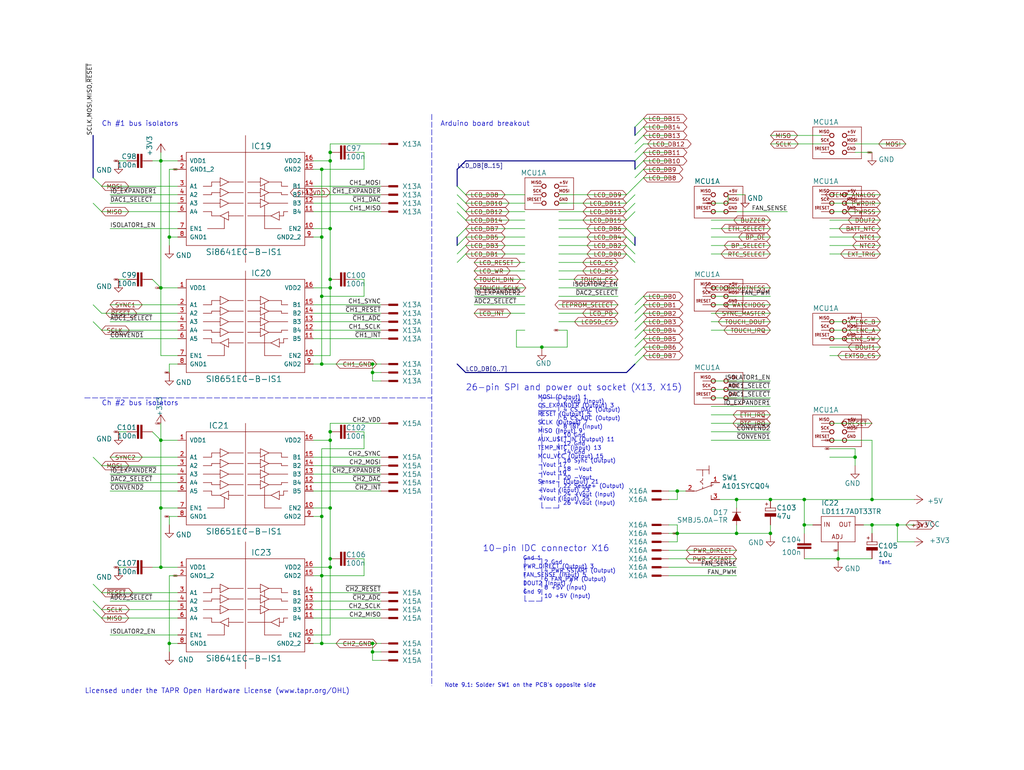
<source format=kicad_sch>
(kicad_sch (version 20210406) (generator eeschema)
  (paper "User" 307.213 231.064)
  (title_block (title "EEZ PSU consolidated") (rev "r5B13a") (comment 3 "post-regulator PCB, Arduino breakout") (comment 4 "I/O isolators for communication with"))
  (junction (at 48.26 48.26) (diameter 0.9144))
  (junction (at 48.26 86.36) (diameter 0.9144))
  (junction (at 48.26 132.08) (diameter 0.9144))
  (junction (at 48.26 152.4) (diameter 0.9144))
  (junction (at 48.26 170.18) (diameter 0.9144))
  (junction (at 50.8 71.12) (diameter 0.9144))
  (junction (at 50.8 193.04) (diameter 0.9144))
  (junction (at 96.52 50.8) (diameter 0.9144))
  (junction (at 96.52 71.12) (diameter 0.9144))
  (junction (at 96.52 88.9) (diameter 0.9144))
  (junction (at 96.52 109.22) (diameter 0.9144))
  (junction (at 96.52 154.94) (diameter 0.9144))
  (junction (at 96.52 172.72) (diameter 0.9144))
  (junction (at 96.52 193.04) (diameter 0.9144))
  (junction (at 99.06 45.72) (diameter 0.9144))
  (junction (at 99.06 48.26) (diameter 0.9144))
  (junction (at 99.06 68.58) (diameter 0.9144))
  (junction (at 99.06 83.82) (diameter 0.9144))
  (junction (at 99.06 86.36) (diameter 0.9144))
  (junction (at 99.06 129.54) (diameter 0.9144))
  (junction (at 99.06 132.08) (diameter 0.9144))
  (junction (at 99.06 152.4) (diameter 0.9144))
  (junction (at 99.06 167.64) (diameter 0.9144))
  (junction (at 99.06 170.18) (diameter 0.9144))
  (junction (at 111.76 109.22) (diameter 0.9144))
  (junction (at 111.76 111.76) (diameter 0.9144))
  (junction (at 111.76 193.04) (diameter 0.9144))
  (junction (at 111.76 195.58) (diameter 0.9144))
  (junction (at 162.56 104.14) (diameter 0.9144))
  (junction (at 203.2 147.32) (diameter 0.9144))
  (junction (at 203.2 160.02) (diameter 0.9144))
  (junction (at 220.98 149.86) (diameter 0.9144))
  (junction (at 220.98 160.02) (diameter 0.9144))
  (junction (at 231.14 149.86) (diameter 0.9144))
  (junction (at 231.14 160.02) (diameter 0.9144))
  (junction (at 241.3 149.86) (diameter 0.9144))
  (junction (at 241.3 157.48) (diameter 0.9144))
  (junction (at 251.46 167.64) (diameter 0.9144))
  (junction (at 256.54 137.16) (diameter 0.9144))
  (junction (at 261.62 149.86) (diameter 0.9144))
  (junction (at 261.62 157.48) (diameter 0.9144))
  (junction (at 269.24 157.48) (diameter 0.9144))
  (bus_entry (at 27.94 53.34) (size 2.54 2.54) (stroke (width 0.1524)))
  (bus_entry (at 27.94 60.96) (size 2.54 2.54) (stroke (width 0.1524)))
  (bus_entry (at 27.94 91.44) (size 2.54 2.54) (stroke (width 0.1524)))
  (bus_entry (at 27.94 96.52) (size 2.54 2.54) (stroke (width 0.1524)))
  (bus_entry (at 27.94 137.16) (size 2.54 2.54) (stroke (width 0.1524)))
  (bus_entry (at 27.94 175.26) (size 2.54 2.54) (stroke (width 0.1524)))
  (bus_entry (at 27.94 180.34) (size 2.54 2.54) (stroke (width 0.1524)))
  (bus_entry (at 27.94 182.88) (size 2.54 2.54) (stroke (width 0.1524)))
  (bus_entry (at 137.16 55.88) (size 2.54 2.54) (stroke (width 0.1524)))
  (bus_entry (at 137.16 58.42) (size 2.54 2.54) (stroke (width 0.1524)))
  (bus_entry (at 137.16 60.96) (size 2.54 2.54) (stroke (width 0.1524)))
  (bus_entry (at 137.16 63.5) (size 2.54 2.54) (stroke (width 0.1524)))
  (bus_entry (at 137.16 71.12) (size 2.54 -2.54) (stroke (width 0.1524)))
  (bus_entry (at 137.16 73.66) (size 2.54 -2.54) (stroke (width 0.1524)))
  (bus_entry (at 137.16 76.2) (size 2.54 -2.54) (stroke (width 0.1524)))
  (bus_entry (at 137.16 78.74) (size 2.54 -2.54) (stroke (width 0.1524)))
  (bus_entry (at 187.96 58.42) (size 2.54 -2.54) (stroke (width 0.1524)))
  (bus_entry (at 187.96 60.96) (size 2.54 -2.54) (stroke (width 0.1524)))
  (bus_entry (at 187.96 63.5) (size 2.54 -2.54) (stroke (width 0.1524)))
  (bus_entry (at 187.96 66.04) (size 2.54 -2.54) (stroke (width 0.1524)))
  (bus_entry (at 187.96 68.58) (size 2.54 2.54) (stroke (width 0.1524)))
  (bus_entry (at 187.96 71.12) (size 2.54 2.54) (stroke (width 0.1524)))
  (bus_entry (at 187.96 73.66) (size 2.54 2.54) (stroke (width 0.1524)))
  (bus_entry (at 187.96 76.2) (size 2.54 2.54) (stroke (width 0.1524)))
  (bus_entry (at 190.5 38.1) (size 2.54 -2.54) (stroke (width 0.1524)))
  (bus_entry (at 190.5 40.64) (size 2.54 -2.54) (stroke (width 0.1524)))
  (bus_entry (at 190.5 43.18) (size 2.54 -2.54) (stroke (width 0.1524)))
  (bus_entry (at 190.5 45.72) (size 2.54 -2.54) (stroke (width 0.1524)))
  (bus_entry (at 190.5 48.26) (size 2.54 -2.54) (stroke (width 0.1524)))
  (bus_entry (at 190.5 50.8) (size 2.54 -2.54) (stroke (width 0.1524)))
  (bus_entry (at 190.5 53.34) (size 2.54 -2.54) (stroke (width 0.1524)))
  (bus_entry (at 190.5 55.88) (size 2.54 -2.54) (stroke (width 0.1524)))
  (bus_entry (at 190.5 91.44) (size 2.54 -2.54) (stroke (width 0.1524)))
  (bus_entry (at 190.5 93.98) (size 2.54 -2.54) (stroke (width 0.1524)))
  (bus_entry (at 190.5 96.52) (size 2.54 -2.54) (stroke (width 0.1524)))
  (bus_entry (at 190.5 99.06) (size 2.54 -2.54) (stroke (width 0.1524)))
  (bus_entry (at 190.5 101.6) (size 2.54 -2.54) (stroke (width 0.1524)))
  (bus_entry (at 190.5 104.14) (size 2.54 -2.54) (stroke (width 0.1524)))
  (bus_entry (at 190.5 106.68) (size 2.54 -2.54) (stroke (width 0.1524)))
  (bus_entry (at 190.5 109.22) (size 2.54 -2.54) (stroke (width 0.1524)))
  (wire (pts (xy 30.48 139.7) (xy 53.34 139.7)))
  (wire (pts (xy 33.02 60.96) (xy 53.34 60.96)))
  (wire (pts (xy 33.02 101.6) (xy 53.34 101.6)))
  (wire (pts (xy 33.02 147.32) (xy 53.34 147.32)))
  (wire (pts (xy 35.56 48.26) (xy 38.1 48.26)))
  (wire (pts (xy 35.56 83.82) (xy 38.1 83.82)))
  (wire (pts (xy 35.56 129.54) (xy 38.1 129.54)))
  (wire (pts (xy 35.56 170.18) (xy 38.1 170.18)))
  (wire (pts (xy 45.72 83.82) (xy 48.26 86.36)))
  (wire (pts (xy 45.72 129.54) (xy 48.26 132.08)))
  (wire (pts (xy 45.72 170.18) (xy 48.26 170.18)))
  (wire (pts (xy 48.26 45.72) (xy 48.26 48.26)))
  (wire (pts (xy 48.26 48.26) (xy 45.72 48.26)))
  (wire (pts (xy 48.26 86.36) (xy 48.26 48.26)))
  (wire (pts (xy 48.26 86.36) (xy 48.26 106.68)))
  (wire (pts (xy 48.26 86.36) (xy 53.34 86.36)))
  (wire (pts (xy 48.26 106.68) (xy 53.34 106.68)))
  (wire (pts (xy 48.26 127) (xy 48.26 132.08)))
  (wire (pts (xy 48.26 132.08) (xy 48.26 152.4)))
  (wire (pts (xy 48.26 152.4) (xy 48.26 170.18)))
  (wire (pts (xy 48.26 152.4) (xy 53.34 152.4)))
  (wire (pts (xy 48.26 170.18) (xy 53.34 170.18)))
  (wire (pts (xy 50.8 50.8) (xy 50.8 71.12)))
  (wire (pts (xy 50.8 71.12) (xy 50.8 73.66)))
  (wire (pts (xy 50.8 109.22) (xy 53.34 109.22)))
  (wire (pts (xy 50.8 111.76) (xy 50.8 109.22)))
  (wire (pts (xy 50.8 154.94) (xy 50.8 157.48)))
  (wire (pts (xy 50.8 154.94) (xy 53.34 154.94)))
  (wire (pts (xy 50.8 172.72) (xy 50.8 193.04)))
  (wire (pts (xy 50.8 193.04) (xy 50.8 195.58)))
  (wire (pts (xy 50.8 193.04) (xy 53.34 193.04)))
  (wire (pts (xy 53.34 48.26) (xy 48.26 48.26)))
  (wire (pts (xy 53.34 50.8) (xy 50.8 50.8)))
  (wire (pts (xy 53.34 55.88) (xy 30.48 55.88)))
  (wire (pts (xy 53.34 58.42) (xy 33.02 58.42)))
  (wire (pts (xy 53.34 63.5) (xy 30.48 63.5)))
  (wire (pts (xy 53.34 68.58) (xy 33.02 68.58)))
  (wire (pts (xy 53.34 71.12) (xy 50.8 71.12)))
  (wire (pts (xy 53.34 91.44) (xy 33.02 91.44)))
  (wire (pts (xy 53.34 93.98) (xy 30.48 93.98)))
  (wire (pts (xy 53.34 96.52) (xy 33.02 96.52)))
  (wire (pts (xy 53.34 99.06) (xy 30.48 99.06)))
  (wire (pts (xy 53.34 132.08) (xy 48.26 132.08)))
  (wire (pts (xy 53.34 137.16) (xy 33.02 137.16)))
  (wire (pts (xy 53.34 142.24) (xy 33.02 142.24)))
  (wire (pts (xy 53.34 144.78) (xy 33.02 144.78)))
  (wire (pts (xy 53.34 172.72) (xy 50.8 172.72)))
  (wire (pts (xy 53.34 177.8) (xy 30.48 177.8)))
  (wire (pts (xy 53.34 180.34) (xy 33.02 180.34)))
  (wire (pts (xy 53.34 182.88) (xy 30.48 182.88)))
  (wire (pts (xy 53.34 185.42) (xy 30.48 185.42)))
  (wire (pts (xy 53.34 190.5) (xy 33.02 190.5)))
  (wire (pts (xy 93.98 48.26) (xy 99.06 48.26)))
  (wire (pts (xy 93.98 50.8) (xy 96.52 50.8)))
  (wire (pts (xy 93.98 55.88) (xy 114.3 55.88)))
  (wire (pts (xy 93.98 58.42) (xy 114.3 58.42)))
  (wire (pts (xy 93.98 60.96) (xy 114.3 60.96)))
  (wire (pts (xy 93.98 68.58) (xy 99.06 68.58)))
  (wire (pts (xy 93.98 71.12) (xy 96.52 71.12)))
  (wire (pts (xy 93.98 91.44) (xy 114.3 91.44)))
  (wire (pts (xy 93.98 93.98) (xy 114.3 93.98)))
  (wire (pts (xy 93.98 96.52) (xy 114.3 96.52)))
  (wire (pts (xy 93.98 99.06) (xy 114.3 99.06)))
  (wire (pts (xy 93.98 101.6) (xy 114.3 101.6)))
  (wire (pts (xy 93.98 109.22) (xy 96.52 109.22)))
  (wire (pts (xy 93.98 132.08) (xy 99.06 132.08)))
  (wire (pts (xy 93.98 137.16) (xy 114.3 137.16)))
  (wire (pts (xy 93.98 139.7) (xy 114.3 139.7)))
  (wire (pts (xy 93.98 142.24) (xy 114.3 142.24)))
  (wire (pts (xy 93.98 144.78) (xy 114.3 144.78)))
  (wire (pts (xy 93.98 147.32) (xy 114.3 147.32)))
  (wire (pts (xy 93.98 172.72) (xy 96.52 172.72)))
  (wire (pts (xy 93.98 177.8) (xy 114.3 177.8)))
  (wire (pts (xy 93.98 180.34) (xy 114.3 180.34)))
  (wire (pts (xy 93.98 182.88) (xy 114.3 182.88)))
  (wire (pts (xy 93.98 193.04) (xy 96.52 193.04)))
  (wire (pts (xy 96.52 50.8) (xy 96.52 71.12)))
  (wire (pts (xy 96.52 50.8) (xy 109.22 50.8)))
  (wire (pts (xy 96.52 71.12) (xy 96.52 88.9)))
  (wire (pts (xy 96.52 88.9) (xy 96.52 109.22)))
  (wire (pts (xy 96.52 88.9) (xy 109.22 88.9)))
  (wire (pts (xy 96.52 134.62) (xy 96.52 154.94)))
  (wire (pts (xy 96.52 134.62) (xy 109.22 134.62)))
  (wire (pts (xy 96.52 154.94) (xy 93.98 154.94)))
  (wire (pts (xy 96.52 172.72) (xy 96.52 154.94)))
  (wire (pts (xy 96.52 172.72) (xy 109.22 172.72)))
  (wire (pts (xy 96.52 193.04) (xy 96.52 172.72)))
  (wire (pts (xy 96.52 193.04) (xy 111.76 193.04)))
  (wire (pts (xy 99.06 43.18) (xy 114.3 43.18)))
  (wire (pts (xy 99.06 45.72) (xy 99.06 43.18)))
  (wire (pts (xy 99.06 48.26) (xy 99.06 45.72)))
  (wire (pts (xy 99.06 68.58) (xy 99.06 48.26)))
  (wire (pts (xy 99.06 83.82) (xy 99.06 68.58)))
  (wire (pts (xy 99.06 86.36) (xy 93.98 86.36)))
  (wire (pts (xy 99.06 86.36) (xy 99.06 83.82)))
  (wire (pts (xy 99.06 86.36) (xy 99.06 106.68)))
  (wire (pts (xy 99.06 106.68) (xy 93.98 106.68)))
  (wire (pts (xy 99.06 129.54) (xy 99.06 127)))
  (wire (pts (xy 99.06 129.54) (xy 99.06 132.08)))
  (wire (pts (xy 99.06 132.08) (xy 99.06 152.4)))
  (wire (pts (xy 99.06 152.4) (xy 93.98 152.4)))
  (wire (pts (xy 99.06 152.4) (xy 99.06 167.64)))
  (wire (pts (xy 99.06 167.64) (xy 99.06 170.18)))
  (wire (pts (xy 99.06 170.18) (xy 93.98 170.18)))
  (wire (pts (xy 99.06 170.18) (xy 99.06 190.5)))
  (wire (pts (xy 99.06 190.5) (xy 93.98 190.5)))
  (wire (pts (xy 106.68 45.72) (xy 109.22 45.72)))
  (wire (pts (xy 106.68 83.82) (xy 109.22 83.82)))
  (wire (pts (xy 109.22 50.8) (xy 109.22 45.72)))
  (wire (pts (xy 109.22 88.9) (xy 109.22 83.82)))
  (wire (pts (xy 109.22 129.54) (xy 106.68 129.54)))
  (wire (pts (xy 109.22 134.62) (xy 109.22 129.54)))
  (wire (pts (xy 109.22 167.64) (xy 106.68 167.64)))
  (wire (pts (xy 109.22 172.72) (xy 109.22 167.64)))
  (wire (pts (xy 111.76 109.22) (xy 96.52 109.22)))
  (wire (pts (xy 111.76 111.76) (xy 111.76 109.22)))
  (wire (pts (xy 111.76 114.3) (xy 111.76 111.76)))
  (wire (pts (xy 111.76 193.04) (xy 114.3 193.04)))
  (wire (pts (xy 111.76 195.58) (xy 111.76 193.04)))
  (wire (pts (xy 111.76 198.12) (xy 111.76 195.58)))
  (wire (pts (xy 114.3 63.5) (xy 93.98 63.5)))
  (wire (pts (xy 114.3 109.22) (xy 111.76 109.22)))
  (wire (pts (xy 114.3 111.76) (xy 111.76 111.76)))
  (wire (pts (xy 114.3 114.3) (xy 111.76 114.3)))
  (wire (pts (xy 114.3 127) (xy 99.06 127)))
  (wire (pts (xy 114.3 185.42) (xy 93.98 185.42)))
  (wire (pts (xy 114.3 195.58) (xy 111.76 195.58)))
  (wire (pts (xy 114.3 198.12) (xy 111.76 198.12)))
  (wire (pts (xy 154.94 99.06) (xy 157.48 99.06)))
  (wire (pts (xy 154.94 104.14) (xy 154.94 99.06)))
  (wire (pts (xy 157.48 58.42) (xy 139.7 58.42)))
  (wire (pts (xy 157.48 60.96) (xy 139.7 60.96)))
  (wire (pts (xy 157.48 63.5) (xy 139.7 63.5)))
  (wire (pts (xy 157.48 66.04) (xy 139.7 66.04)))
  (wire (pts (xy 157.48 68.58) (xy 139.7 68.58)))
  (wire (pts (xy 157.48 71.12) (xy 139.7 71.12)))
  (wire (pts (xy 157.48 73.66) (xy 139.7 73.66)))
  (wire (pts (xy 157.48 76.2) (xy 139.7 76.2)))
  (wire (pts (xy 157.48 78.74) (xy 142.24 78.74)))
  (wire (pts (xy 157.48 81.28) (xy 142.24 81.28)))
  (wire (pts (xy 157.48 83.82) (xy 142.24 83.82)))
  (wire (pts (xy 157.48 86.36) (xy 142.24 86.36)))
  (wire (pts (xy 157.48 88.9) (xy 142.24 88.9)))
  (wire (pts (xy 157.48 91.44) (xy 142.24 91.44)))
  (wire (pts (xy 157.48 93.98) (xy 142.24 93.98)))
  (wire (pts (xy 162.56 104.14) (xy 154.94 104.14)))
  (wire (pts (xy 167.64 58.42) (xy 187.96 58.42)))
  (wire (pts (xy 167.64 60.96) (xy 187.96 60.96)))
  (wire (pts (xy 167.64 63.5) (xy 187.96 63.5)))
  (wire (pts (xy 167.64 66.04) (xy 187.96 66.04)))
  (wire (pts (xy 167.64 68.58) (xy 187.96 68.58)))
  (wire (pts (xy 167.64 71.12) (xy 187.96 71.12)))
  (wire (pts (xy 167.64 73.66) (xy 187.96 73.66)))
  (wire (pts (xy 167.64 76.2) (xy 187.96 76.2)))
  (wire (pts (xy 167.64 78.74) (xy 185.42 78.74)))
  (wire (pts (xy 167.64 81.28) (xy 185.42 81.28)))
  (wire (pts (xy 167.64 83.82) (xy 185.42 83.82)))
  (wire (pts (xy 167.64 86.36) (xy 185.42 86.36)))
  (wire (pts (xy 167.64 88.9) (xy 185.42 88.9)))
  (wire (pts (xy 167.64 91.44) (xy 185.42 91.44)))
  (wire (pts (xy 167.64 93.98) (xy 185.42 93.98)))
  (wire (pts (xy 167.64 96.52) (xy 185.42 96.52)))
  (wire (pts (xy 167.64 99.06) (xy 170.18 99.06)))
  (wire (pts (xy 170.18 99.06) (xy 170.18 104.14)))
  (wire (pts (xy 170.18 104.14) (xy 162.56 104.14)))
  (wire (pts (xy 200.66 35.56) (xy 193.04 35.56)))
  (wire (pts (xy 200.66 38.1) (xy 193.04 38.1)))
  (wire (pts (xy 200.66 40.64) (xy 193.04 40.64)))
  (wire (pts (xy 200.66 43.18) (xy 193.04 43.18)))
  (wire (pts (xy 200.66 45.72) (xy 193.04 45.72)))
  (wire (pts (xy 200.66 48.26) (xy 193.04 48.26)))
  (wire (pts (xy 200.66 50.8) (xy 193.04 50.8)))
  (wire (pts (xy 200.66 53.34) (xy 193.04 53.34)))
  (wire (pts (xy 200.66 88.9) (xy 193.04 88.9)))
  (wire (pts (xy 200.66 91.44) (xy 193.04 91.44)))
  (wire (pts (xy 200.66 93.98) (xy 193.04 93.98)))
  (wire (pts (xy 200.66 96.52) (xy 193.04 96.52)))
  (wire (pts (xy 200.66 99.06) (xy 193.04 99.06)))
  (wire (pts (xy 200.66 101.6) (xy 193.04 101.6)))
  (wire (pts (xy 200.66 104.14) (xy 193.04 104.14)))
  (wire (pts (xy 200.66 106.68) (xy 193.04 106.68)))
  (wire (pts (xy 200.66 147.32) (xy 203.2 147.32)))
  (wire (pts (xy 200.66 149.86) (xy 203.2 149.86)))
  (wire (pts (xy 200.66 157.48) (xy 203.2 157.48)))
  (wire (pts (xy 200.66 160.02) (xy 203.2 160.02)))
  (wire (pts (xy 200.66 162.56) (xy 203.2 162.56)))
  (wire (pts (xy 200.66 165.1) (xy 220.98 165.1)))
  (wire (pts (xy 200.66 167.64) (xy 220.98 167.64)))
  (wire (pts (xy 200.66 172.72) (xy 220.98 172.72)))
  (wire (pts (xy 203.2 147.32) (xy 205.74 147.32)))
  (wire (pts (xy 203.2 149.86) (xy 203.2 147.32)))
  (wire (pts (xy 203.2 157.48) (xy 203.2 160.02)))
  (wire (pts (xy 203.2 160.02) (xy 220.98 160.02)))
  (wire (pts (xy 203.2 162.56) (xy 203.2 160.02)))
  (wire (pts (xy 213.36 60.96) (xy 218.44 60.96)))
  (wire (pts (xy 213.36 63.5) (xy 236.22 63.5)))
  (wire (pts (xy 213.36 66.04) (xy 231.14 66.04)))
  (wire (pts (xy 213.36 68.58) (xy 231.14 68.58)))
  (wire (pts (xy 213.36 71.12) (xy 231.14 71.12)))
  (wire (pts (xy 213.36 73.66) (xy 231.14 73.66)))
  (wire (pts (xy 213.36 76.2) (xy 231.14 76.2)))
  (wire (pts (xy 213.36 86.36) (xy 231.14 86.36)))
  (wire (pts (xy 213.36 88.9) (xy 231.14 88.9)))
  (wire (pts (xy 213.36 91.44) (xy 231.14 91.44)))
  (wire (pts (xy 213.36 93.98) (xy 231.14 93.98)))
  (wire (pts (xy 213.36 96.52) (xy 231.14 96.52)))
  (wire (pts (xy 213.36 99.06) (xy 231.14 99.06)))
  (wire (pts (xy 213.36 114.3) (xy 231.14 114.3)))
  (wire (pts (xy 213.36 116.84) (xy 231.14 116.84)))
  (wire (pts (xy 213.36 119.38) (xy 231.14 119.38)))
  (wire (pts (xy 213.36 121.92) (xy 231.14 121.92)))
  (wire (pts (xy 213.36 124.46) (xy 231.14 124.46)))
  (wire (pts (xy 213.36 127) (xy 231.14 127)))
  (wire (pts (xy 213.36 129.54) (xy 231.14 129.54)))
  (wire (pts (xy 213.36 132.08) (xy 231.14 132.08)))
  (wire (pts (xy 215.9 149.86) (xy 220.98 149.86)))
  (wire (pts (xy 218.44 58.42) (xy 223.52 58.42)))
  (wire (pts (xy 218.44 60.96) (xy 218.44 58.42)))
  (wire (pts (xy 220.98 149.86) (xy 231.14 149.86)))
  (wire (pts (xy 220.98 152.4) (xy 220.98 149.86)))
  (wire (pts (xy 220.98 157.48) (xy 220.98 160.02)))
  (wire (pts (xy 220.98 160.02) (xy 231.14 160.02)))
  (wire (pts (xy 220.98 170.18) (xy 200.66 170.18)))
  (wire (pts (xy 231.14 149.86) (xy 241.3 149.86)))
  (wire (pts (xy 231.14 157.48) (xy 231.14 160.02)))
  (wire (pts (xy 241.3 149.86) (xy 261.62 149.86)))
  (wire (pts (xy 241.3 157.48) (xy 241.3 149.86)))
  (wire (pts (xy 241.3 157.48) (xy 243.84 157.48)))
  (wire (pts (xy 241.3 160.02) (xy 241.3 157.48)))
  (wire (pts (xy 246.38 40.64) (xy 231.14 40.64)))
  (wire (pts (xy 246.38 43.18) (xy 231.14 43.18)))
  (wire (pts (xy 248.92 60.96) (xy 264.16 60.96)))
  (wire (pts (xy 248.92 63.5) (xy 264.16 63.5)))
  (wire (pts (xy 248.92 66.04) (xy 264.16 66.04)))
  (wire (pts (xy 248.92 68.58) (xy 264.16 68.58)))
  (wire (pts (xy 248.92 71.12) (xy 264.16 71.12)))
  (wire (pts (xy 248.92 73.66) (xy 264.16 73.66)))
  (wire (pts (xy 248.92 76.2) (xy 264.16 76.2)))
  (wire (pts (xy 248.92 96.52) (xy 264.16 96.52)))
  (wire (pts (xy 248.92 99.06) (xy 264.16 99.06)))
  (wire (pts (xy 248.92 101.6) (xy 264.16 101.6)))
  (wire (pts (xy 248.92 104.14) (xy 264.16 104.14)))
  (wire (pts (xy 248.92 106.68) (xy 264.16 106.68)))
  (wire (pts (xy 248.92 132.08) (xy 261.62 132.08)))
  (wire (pts (xy 248.92 134.62) (xy 256.54 134.62)))
  (wire (pts (xy 248.92 137.16) (xy 256.54 137.16)))
  (wire (pts (xy 251.46 165.1) (xy 251.46 167.64)))
  (wire (pts (xy 251.46 167.64) (xy 241.3 167.64)))
  (wire (pts (xy 251.46 167.64) (xy 261.62 167.64)))
  (wire (pts (xy 256.54 43.18) (xy 271.78 43.18)))
  (wire (pts (xy 256.54 134.62) (xy 256.54 137.16)))
  (wire (pts (xy 256.54 137.16) (xy 256.54 139.7)))
  (wire (pts (xy 259.08 157.48) (xy 261.62 157.48)))
  (wire (pts (xy 261.62 45.72) (xy 256.54 45.72)))
  (wire (pts (xy 261.62 127) (xy 248.92 127)))
  (wire (pts (xy 261.62 132.08) (xy 261.62 149.86)))
  (wire (pts (xy 261.62 149.86) (xy 274.32 149.86)))
  (wire (pts (xy 261.62 157.48) (xy 269.24 157.48)))
  (wire (pts (xy 261.62 160.02) (xy 261.62 157.48)))
  (wire (pts (xy 264.16 58.42) (xy 248.92 58.42)))
  (wire (pts (xy 269.24 162.56) (xy 269.24 157.48)))
  (wire (pts (xy 274.32 157.48) (xy 269.24 157.48)))
  (wire (pts (xy 274.32 162.56) (xy 269.24 162.56)))
  (bus (pts (xy 27.94 40.64) (xy 27.94 182.88)))
  (bus (pts (xy 137.16 50.8) (xy 137.16 63.5)))
  (bus (pts (xy 137.16 50.8) (xy 139.7 48.26)))
  (bus (pts (xy 137.16 71.12) (xy 137.16 109.22)))
  (bus (pts (xy 137.16 109.22) (xy 139.7 111.76)))
  (bus (pts (xy 139.7 48.26) (xy 190.5 48.26)))
  (bus (pts (xy 139.7 111.76) (xy 187.96 111.76)))
  (bus (pts (xy 187.96 111.76) (xy 190.5 109.22)))
  (bus (pts (xy 190.5 38.1) (xy 190.5 48.26)))
  (bus (pts (xy 190.5 48.26) (xy 190.5 63.5)))
  (bus (pts (xy 190.5 71.12) (xy 190.5 109.22)))
  (polyline (pts (xy 25.4 119.38) (xy 129.54 119.38)) (stroke (width 0) (type dash)))
  (polyline (pts (xy 129.54 34.29) (xy 129.54 205.74)) (stroke (width 0) (type dash)))
  (polyline (pts (xy 157.48 167.64) (xy 162.56 167.64)) (stroke (width 0) (type dash)))
  (polyline (pts (xy 157.48 180.34) (xy 157.48 167.64)) (stroke (width 0) (type dash)))
  (polyline (pts (xy 162.56 119.38) (xy 167.64 119.38)) (stroke (width 0) (type dash)))
  (polyline (pts (xy 162.56 152.4) (xy 162.56 119.38)) (stroke (width 0) (type dash)))
  (polyline (pts (xy 162.56 167.64) (xy 162.56 180.34)) (stroke (width 0) (type dash)))
  (polyline (pts (xy 162.56 180.34) (xy 157.48 180.34)) (stroke (width 0) (type dash)))
  (polyline (pts (xy 167.64 119.38) (xy 167.64 152.4)) (stroke (width 0) (type dash)))
  (polyline (pts (xy 167.64 152.4) (xy 162.56 152.4)) (stroke (width 0) (type dash)))
  (text "Licensed under the TAPR Open Hardware License (www.tapr.org/OHL)" (at 25.4 208.28 0) (effects (font (size 1.4986 1.4986)) (justify left bottom)))
  (text "Ch #1 bus isolators" (at 30.48 38.1 0) (effects (font (size 1.4986 1.4986)) (justify left bottom)))
  (text "Ch #2 bus isolators" (at 30.48 121.92 0) (effects (font (size 1.4986 1.4986)) (justify left bottom)))
  (text "Arduino board breakout" (at 132.08 38.1 0) (effects (font (size 1.4986 1.4986)) (justify left bottom)))
  (text "Note 9.1: Solder SW1 on the PCB's opposite side" (at 133.35 206.375 0) (effects (font (size 1.1938 1.1938)) (justify left bottom)))
  (text "26-pin SPI and power out socket (X13, X15)" (at 139.7 117.475 0) (effects (font (size 1.8542 1.8542)) (justify left bottom)))
  (text "10-pin IDC connector X16" (at 144.78 165.735 0) (effects (font (size 1.8542 1.8542)) (justify left bottom)))
  (text "Gnd 1" (at 156.845 168.275 0) (effects (font (size 1.1938 1.1938)) (justify left bottom)))
  (text "PWR_DIRECT (Output) 3" (at 156.845 170.815 0) (effects (font (size 1.1938 1.1938)) (justify left bottom)))
  (text "FAN_SENSE (Input) 5" (at 156.845 173.355 0) (effects (font (size 1.1938 1.1938)) (justify left bottom)))
  (text "DOUT2 (Input) 7" (at 156.845 175.895 0) (effects (font (size 1.1938 1.1938)) (justify left bottom)))
  (text "Gnd 9" (at 156.845 178.435 0) (effects (font (size 1.1938 1.1938)) (justify left bottom)))
  (text "MOSI (Output) 1" (at 161.29 120.015 0) (effects (font (size 1.1938 1.1938)) (justify left bottom)))
  (text "CS_EXPANDER (Output) 3" (at 161.29 122.555 0) (effects (font (size 1.1938 1.1938)) (justify left bottom)))
  (text "~RESET~ (Output) 5" (at 161.29 125.095 0) (effects (font (size 1.1938 1.1938)) (justify left bottom)))
  (text "SCLK (Output) 7" (at 161.29 127.635 0) (effects (font (size 1.1938 1.1938)) (justify left bottom)))
  (text "MISO (Input) 9" (at 161.29 130.175 0) (effects (font (size 1.1938 1.1938)) (justify left bottom)))
  (text "AUX_USET_IN (Output) 11" (at 161.29 132.715 0) (effects (font (size 1.1938 1.1938)) (justify left bottom)))
  (text "TEMP_NTC (Input) 13" (at 161.29 135.255 0) (effects (font (size 1.1938 1.1938)) (justify left bottom)))
  (text "MCU_VCC (Output) 15" (at 161.29 137.795 0) (effects (font (size 1.1938 1.1938)) (justify left bottom)))
  (text "-Vout 17" (at 161.29 140.335 0) (effects (font (size 1.1938 1.1938)) (justify left bottom)))
  (text "-Vout 19" (at 161.29 142.875 0) (effects (font (size 1.1938 1.1938)) (justify left bottom)))
  (text "Sense- (Output) 21" (at 161.29 145.415 0) (effects (font (size 1.1938 1.1938)) (justify left bottom)))
  (text "+Vout (Input) 23" (at 161.29 147.955 0) (effects (font (size 1.1938 1.1938)) (justify left bottom)))
  (text "+Vout (Input) 25" (at 161.29 150.495 0) (effects (font (size 1.1938 1.1938)) (justify left bottom)))
  (text "2 Gnd" (at 163.195 169.545 0) (effects (font (size 1.1938 1.1938)) (justify left bottom)))
  (text "4 PWR_SSTART (Output)" (at 163.195 172.085 0) (effects (font (size 1.1938 1.1938)) (justify left bottom)))
  (text "6 FAN_PWM (Output)" (at 163.195 174.625 0) (effects (font (size 1.1938 1.1938)) (justify left bottom)))
  (text "8 +5V (Input)" (at 163.195 177.165 0) (effects (font (size 1.1938 1.1938)) (justify left bottom)))
  (text "10 +5V (Input)" (at 163.195 179.705 0) (effects (font (size 1.1938 1.1938)) (justify left bottom)))
  (text "2 Vdd (Input)" (at 168.91 121.285 0) (effects (font (size 1.1938 1.1938)) (justify left bottom)))
  (text "4 CS_DAC (Output)" (at 168.91 123.825 0) (effects (font (size 1.1938 1.1938)) (justify left bottom)))
  (text "6 CS_ADC (Output)" (at 168.91 126.365 0) (effects (font (size 1.1938 1.1938)) (justify left bottom)))
  (text "8 ~INT~ (Input)" (at 168.91 128.905 0) (effects (font (size 1.1938 1.1938)) (justify left bottom)))
  (text "10 Gnd" (at 168.91 131.445 0) (effects (font (size 1.1938 1.1938)) (justify left bottom)))
  (text "12 Gnd" (at 168.91 133.985 0) (effects (font (size 1.1938 1.1938)) (justify left bottom)))
  (text "14 Gnd" (at 168.91 136.525 0) (effects (font (size 1.1938 1.1938)) (justify left bottom)))
  (text "16 Sync (Output)" (at 168.91 139.065 0) (effects (font (size 1.1938 1.1938)) (justify left bottom)))
  (text "18 -Vout" (at 168.91 141.605 0) (effects (font (size 1.1938 1.1938)) (justify left bottom)))
  (text "20 -Vout" (at 168.91 144.145 0) (effects (font (size 1.1938 1.1938)) (justify left bottom)))
  (text "22 Sense+ (Output)" (at 168.91 146.685 0) (effects (font (size 1.1938 1.1938)) (justify left bottom)))
  (text "24 +Vout (Input)" (at 168.91 149.225 0) (effects (font (size 1.1938 1.1938)) (justify left bottom)))
  (text "26 +Vout (Input)" (at 168.91 151.765 0) (effects (font (size 1.1938 1.1938)) (justify left bottom)))
  (text "Tant." (at 263.525 169.545 0) (effects (font (size 1.0668 1.0668)) (justify left bottom)))
  (label "SCLK,MOSI,MISO,~RESET" (at 27.94 40.64 90))
  (label "~IO_EXPANDER1" (at 33.02 58.42 0))
  (label "~DAC1_SELECT" (at 33.02 60.96 0))
  (label "ISOLATOR1_EN" (at 33.02 68.58 0))
  (label "~ADC1_SELECT" (at 33.02 96.52 0))
  (label "~CONVEND1" (at 33.02 101.6 0))
  (label "~IO_EXPANDER2" (at 33.02 142.24 0))
  (label "~DAC2_SELECT" (at 33.02 144.78 0))
  (label "~CONVEND2" (at 33.02 147.32 0))
  (label "~ADC2_SELECT" (at 33.02 180.34 0))
  (label "ISOLATOR2_EN" (at 33.02 190.5 0))
  (label "CH1_MOSI" (at 114.3 55.88 180))
  (label "~CH1_EXPANDER" (at 114.3 58.42 180))
  (label "~CH1_DAC" (at 114.3 60.96 180))
  (label "CH1_MISO" (at 114.3 63.5 180))
  (label "CH1_SYNC" (at 114.3 91.44 180))
  (label "~CH1_RESET" (at 114.3 93.98 180))
  (label "~CH1_ADC" (at 114.3 96.52 180))
  (label "CH1_SCLK" (at 114.3 99.06 180))
  (label "~CH1_INT" (at 114.3 101.6 180))
  (label "CH2_VDD" (at 114.3 127 180))
  (label "CH2_SYNC" (at 114.3 137.16 180))
  (label "CH2_MOSI" (at 114.3 139.7 180))
  (label "~CH2_EXPANDER" (at 114.3 142.24 180))
  (label "~CH2_DAC" (at 114.3 144.78 180))
  (label "~CH2_INT" (at 114.3 147.32 180))
  (label "~CH2_RESET" (at 114.3 177.8 180))
  (label "~CH2_ADC" (at 114.3 180.34 180))
  (label "CH2_SCLK" (at 114.3 182.88 180))
  (label "CH2_MISO" (at 114.3 185.42 180))
  (label "LCD_DB[8..15]" (at 137.16 50.8 0))
  (label "LCD_DB[0..7]" (at 139.7 111.76 0))
  (label "~IO_EXPANDER2" (at 142.24 88.9 0))
  (label "~ADC2_SELECT" (at 142.24 91.44 0))
  (label "ISOLATOR2_EN" (at 185.42 86.36 180))
  (label "~DAC2_SELECT" (at 185.42 88.9 180))
  (label "FAN_SENSE" (at 220.98 170.18 180))
  (label "FAN_PWM" (at 220.98 172.72 180))
  (label "FAN_PWM" (at 231.14 88.9 180))
  (label "ISOLATOR1_EN" (at 231.14 114.3 180))
  (label "~ADC1_SELECT" (at 231.14 116.84 180))
  (label "~DAC1_SELECT" (at 231.14 119.38 180))
  (label "~IO_EXPANDER1" (at 231.14 121.92 180))
  (label "~CONVEND2" (at 231.14 129.54 180))
  (label "~CONVEND1" (at 231.14 132.08 180))
  (label "FAN_SENSE" (at 236.22 63.5 180))
  (global_label "MOSI" (shape bidirectional) (at 30.48 55.88 0) (property "Intersheet References" "${INTERSHEET_REFS}" (effects hide)))
  (global_label "MISO" (shape bidirectional) (at 30.48 63.5 0) (property "Intersheet References" "${INTERSHEET_REFS}" (effects hide)))
  (global_label "SCLK" (shape bidirectional) (at 30.48 99.06 0) (property "Intersheet References" "${INTERSHEET_REFS}" (effects hide)))
  (global_label "MOSI" (shape bidirectional) (at 30.48 139.7 0) (property "Intersheet References" "${INTERSHEET_REFS}" (effects hide)))
  (global_label "~RESET" (shape bidirectional) (at 30.48 177.8 0) (property "Intersheet References" "${INTERSHEET_REFS}" (effects hide)))
  (global_label "SCLK" (shape bidirectional) (at 30.48 182.88 0) (property "Intersheet References" "${INTERSHEET_REFS}" (effects hide)))
  (global_label "MISO" (shape bidirectional) (at 30.48 185.42 0) (property "Intersheet References" "${INTERSHEET_REFS}" (effects hide)))
  (global_label "~RESET" (shape bidirectional) (at 31.75 93.98 0) (property "Intersheet References" "${INTERSHEET_REFS}" (effects hide)))
  (global_label "SYNC1" (shape bidirectional) (at 33.02 91.44 0) (property "Intersheet References" "${INTERSHEET_REFS}" (effects hide)))
  (global_label "SYNC2" (shape bidirectional) (at 33.02 137.16 0) (property "Intersheet References" "${INTERSHEET_REFS}" (effects hide)))
  (global_label "GND" (shape bidirectional) (at 35.56 48.26 180) (effects (font (size 0.254 0.254))) (property "Intersheet References" "${INTERSHEET_REFS}" (effects hide)))
  (global_label "GND" (shape bidirectional) (at 35.56 83.82 180) (effects (font (size 0.254 0.254))) (property "Intersheet References" "${INTERSHEET_REFS}" (effects hide)))
  (global_label "GND" (shape bidirectional) (at 35.56 129.54 180) (effects (font (size 0.254 0.254))) (property "Intersheet References" "${INTERSHEET_REFS}" (effects hide)))
  (global_label "GND" (shape bidirectional) (at 35.56 170.18 180) (effects (font (size 0.254 0.254))) (property "Intersheet References" "${INTERSHEET_REFS}" (effects hide)))
  (global_label "+3V3" (shape bidirectional) (at 48.26 86.36 180) (effects (font (size 0.254 0.254))) (property "Intersheet References" "${INTERSHEET_REFS}" (effects hide)))
  (global_label "+3V3" (shape bidirectional) (at 48.26 127 180) (effects (font (size 0.254 0.254))) (property "Intersheet References" "${INTERSHEET_REFS}" (effects hide)))
  (global_label "GND" (shape bidirectional) (at 50.8 111.76 180) (effects (font (size 0.254 0.254))) (property "Intersheet References" "${INTERSHEET_REFS}" (effects hide)))
  (global_label "GND" (shape bidirectional) (at 50.8 154.94 180) (effects (font (size 0.254 0.254))) (property "Intersheet References" "${INTERSHEET_REFS}" (effects hide)))
  (global_label "GND" (shape bidirectional) (at 53.34 50.8 180) (effects (font (size 0.254 0.254))) (property "Intersheet References" "${INTERSHEET_REFS}" (effects hide)))
  (global_label "GND" (shape bidirectional) (at 53.34 172.72 180) (effects (font (size 0.254 0.254))) (property "Intersheet References" "${INTERSHEET_REFS}" (effects hide)))
  (global_label "CH1_VDD" (shape bidirectional) (at 99.06 57.785 180) (property "Intersheet References" "${INTERSHEET_REFS}" (effects hide)))
  (global_label "CH1_GND" (shape bidirectional) (at 113.03 109.22 180) (property "Intersheet References" "${INTERSHEET_REFS}" (effects hide)))
  (global_label "CH2_GND" (shape bidirectional) (at 113.03 193.04 180) (property "Intersheet References" "${INTERSHEET_REFS}" (effects hide)))
  (global_label "LCD_DB8" (shape bidirectional) (at 139.7 58.42 0) (property "Intersheet References" "${INTERSHEET_REFS}" (effects hide)))
  (global_label "LCD_DB10" (shape bidirectional) (at 139.7 60.96 0) (property "Intersheet References" "${INTERSHEET_REFS}" (effects hide)))
  (global_label "LCD_DB12" (shape bidirectional) (at 139.7 63.5 0) (property "Intersheet References" "${INTERSHEET_REFS}" (effects hide)))
  (global_label "LCD_DB14" (shape bidirectional) (at 139.7 66.04 0) (property "Intersheet References" "${INTERSHEET_REFS}" (effects hide)))
  (global_label "LCD_DB7" (shape bidirectional) (at 139.7 68.58 0) (property "Intersheet References" "${INTERSHEET_REFS}" (effects hide)))
  (global_label "LCD_DB5" (shape bidirectional) (at 139.7 71.12 0) (property "Intersheet References" "${INTERSHEET_REFS}" (effects hide)))
  (global_label "LCD_DB3" (shape bidirectional) (at 139.7 73.66 0) (property "Intersheet References" "${INTERSHEET_REFS}" (effects hide)))
  (global_label "LCD_DB1" (shape bidirectional) (at 139.7 76.2 0) (property "Intersheet References" "${INTERSHEET_REFS}" (effects hide)))
  (global_label "LCD_RESET" (shape bidirectional) (at 142.24 78.74 0) (property "Intersheet References" "${INTERSHEET_REFS}" (effects hide)))
  (global_label "LCD_WR" (shape bidirectional) (at 142.24 81.28 0) (property "Intersheet References" "${INTERSHEET_REFS}" (effects hide)))
  (global_label "TOUCH_DIN" (shape bidirectional) (at 142.24 83.82 0) (property "Intersheet References" "${INTERSHEET_REFS}" (effects hide)))
  (global_label "TOUCH_SCLK" (shape bidirectional) (at 142.24 86.36 0) (property "Intersheet References" "${INTERSHEET_REFS}" (effects hide)))
  (global_label "~LCD_INT" (shape bidirectional) (at 142.24 93.98 0) (property "Intersheet References" "${INTERSHEET_REFS}" (effects hide)))
  (global_label "GND" (shape bidirectional) (at 167.64 99.06 180) (effects (font (size 0.254 0.254))) (property "Intersheet References" "${INTERSHEET_REFS}" (effects hide)))
  (global_label "LCD_CS" (shape bidirectional) (at 185.42 78.74 180) (property "Intersheet References" "${INTERSHEET_REFS}" (effects hide)))
  (global_label "LCD_RS" (shape bidirectional) (at 185.42 81.28 180) (property "Intersheet References" "${INTERSHEET_REFS}" (effects hide)))
  (global_label "TOUCH_CS" (shape bidirectional) (at 185.42 83.82 180) (property "Intersheet References" "${INTERSHEET_REFS}" (effects hide)))
  (global_label "~EEPROM_SELECT" (shape bidirectional) (at 185.42 91.44 180) (property "Intersheet References" "${INTERSHEET_REFS}" (effects hide)))
  (global_label "~LCD_PD" (shape bidirectional) (at 185.42 93.98 180) (property "Intersheet References" "${INTERSHEET_REFS}" (effects hide)))
  (global_label "LCDSD_CS" (shape bidirectional) (at 185.42 96.52 180) (property "Intersheet References" "${INTERSHEET_REFS}" (effects hide)))
  (global_label "LCD_DB9" (shape bidirectional) (at 187.96 58.42 180) (property "Intersheet References" "${INTERSHEET_REFS}" (effects hide)))
  (global_label "LCD_DB11" (shape bidirectional) (at 187.96 60.96 180) (property "Intersheet References" "${INTERSHEET_REFS}" (effects hide)))
  (global_label "LCD_DB13" (shape bidirectional) (at 187.96 63.5 180) (property "Intersheet References" "${INTERSHEET_REFS}" (effects hide)))
  (global_label "LCD_DB15" (shape bidirectional) (at 187.96 66.04 180) (property "Intersheet References" "${INTERSHEET_REFS}" (effects hide)))
  (global_label "LCD_DB6" (shape bidirectional) (at 187.96 68.58 180) (property "Intersheet References" "${INTERSHEET_REFS}" (effects hide)))
  (global_label "LCD_DB4" (shape bidirectional) (at 187.96 71.12 180) (property "Intersheet References" "${INTERSHEET_REFS}" (effects hide)))
  (global_label "LCD_DB2" (shape bidirectional) (at 187.96 73.66 180) (property "Intersheet References" "${INTERSHEET_REFS}" (effects hide)))
  (global_label "LCD_DB0" (shape bidirectional) (at 187.96 76.2 180) (property "Intersheet References" "${INTERSHEET_REFS}" (effects hide)))
  (global_label "LCD_DB15" (shape bidirectional) (at 193.04 35.56 0) (property "Intersheet References" "${INTERSHEET_REFS}" (effects hide)))
  (global_label "LCD_DB14" (shape bidirectional) (at 193.04 38.1 0) (property "Intersheet References" "${INTERSHEET_REFS}" (effects hide)))
  (global_label "LCD_DB13" (shape bidirectional) (at 193.04 40.64 0) (property "Intersheet References" "${INTERSHEET_REFS}" (effects hide)))
  (global_label "LCD_DB11" (shape bidirectional) (at 193.04 45.72 0) (property "Intersheet References" "${INTERSHEET_REFS}" (effects hide)))
  (global_label "LCD_DB10" (shape bidirectional) (at 193.04 48.26 0) (property "Intersheet References" "${INTERSHEET_REFS}" (effects hide)))
  (global_label "LCD_DB9" (shape bidirectional) (at 193.04 50.8 0) (property "Intersheet References" "${INTERSHEET_REFS}" (effects hide)))
  (global_label "LCD_DB8" (shape bidirectional) (at 193.04 53.34 0) (property "Intersheet References" "${INTERSHEET_REFS}" (effects hide)))
  (global_label "LCD_DB0" (shape bidirectional) (at 193.04 88.9 0) (property "Intersheet References" "${INTERSHEET_REFS}" (effects hide)))
  (global_label "LCD_DB1" (shape bidirectional) (at 193.04 91.44 0) (property "Intersheet References" "${INTERSHEET_REFS}" (effects hide)))
  (global_label "LCD_DB2" (shape bidirectional) (at 193.04 93.98 0) (property "Intersheet References" "${INTERSHEET_REFS}" (effects hide)))
  (global_label "LCD_DB3" (shape bidirectional) (at 193.04 96.52 0) (property "Intersheet References" "${INTERSHEET_REFS}" (effects hide)))
  (global_label "LCD_DB4" (shape bidirectional) (at 193.04 99.06 0) (property "Intersheet References" "${INTERSHEET_REFS}" (effects hide)))
  (global_label "LCD_DB5" (shape bidirectional) (at 193.04 101.6 0) (property "Intersheet References" "${INTERSHEET_REFS}" (effects hide)))
  (global_label "LCD_DB6" (shape bidirectional) (at 193.04 104.14 0) (property "Intersheet References" "${INTERSHEET_REFS}" (effects hide)))
  (global_label "LCD_DB7" (shape bidirectional) (at 193.04 106.68 0) (property "Intersheet References" "${INTERSHEET_REFS}" (effects hide)))
  (global_label "LCD_DB12" (shape bidirectional) (at 194.31 43.18 0) (property "Intersheet References" "${INTERSHEET_REFS}" (effects hide)))
  (global_label "GND" (shape bidirectional) (at 203.2 160.02 180) (effects (font (size 0.254 0.254))) (property "Intersheet References" "${INTERSHEET_REFS}" (effects hide)))
  (global_label "GND" (shape bidirectional) (at 213.36 60.96 180) (effects (font (size 0.254 0.254))) (property "Intersheet References" "${INTERSHEET_REFS}" (effects hide)))
  (global_label "PWR_DIRECT" (shape bidirectional) (at 220.98 165.1 180) (property "Intersheet References" "${INTERSHEET_REFS}" (effects hide)))
  (global_label "PWR_SSTART" (shape bidirectional) (at 220.98 167.64 180) (property "Intersheet References" "${INTERSHEET_REFS}" (effects hide)))
  (global_label "MISO" (shape bidirectional) (at 231.14 40.64 0) (property "Intersheet References" "${INTERSHEET_REFS}" (effects hide)))
  (global_label "SCLK" (shape bidirectional) (at 231.14 43.18 0) (property "Intersheet References" "${INTERSHEET_REFS}" (effects hide)))
  (global_label "BUZZER" (shape bidirectional) (at 231.14 66.04 180) (property "Intersheet References" "${INTERSHEET_REFS}" (effects hide)))
  (global_label "~ETH_SELECT" (shape bidirectional) (at 231.14 68.58 180) (property "Intersheet References" "${INTERSHEET_REFS}" (effects hide)))
  (global_label "~BP_OE" (shape bidirectional) (at 231.14 71.12 180) (property "Intersheet References" "${INTERSHEET_REFS}" (effects hide)))
  (global_label "BP_SELECT" (shape bidirectional) (at 231.14 73.66 180) (property "Intersheet References" "${INTERSHEET_REFS}" (effects hide)))
  (global_label "RTC_SELECT" (shape bidirectional) (at 231.14 76.2 180) (property "Intersheet References" "${INTERSHEET_REFS}" (effects hide)))
  (global_label "LCD_BRIGHTNESS" (shape bidirectional) (at 231.14 86.36 180) (property "Intersheet References" "${INTERSHEET_REFS}" (effects hide)))
  (global_label "WATCHDOG" (shape bidirectional) (at 231.14 91.44 180) (property "Intersheet References" "${INTERSHEET_REFS}" (effects hide)))
  (global_label "SYNC_MASTER" (shape bidirectional) (at 231.14 93.98 180) (property "Intersheet References" "${INTERSHEET_REFS}" (effects hide)))
  (global_label "TOUCH_DOUT" (shape bidirectional) (at 231.14 96.52 180) (property "Intersheet References" "${INTERSHEET_REFS}" (effects hide)))
  (global_label "TOUCH_IRQ" (shape bidirectional) (at 231.14 99.06 180) (property "Intersheet References" "${INTERSHEET_REFS}" (effects hide)))
  (global_label "~ETH_IRQ" (shape bidirectional) (at 231.14 124.46 180) (property "Intersheet References" "${INTERSHEET_REFS}" (effects hide)))
  (global_label "~RTC_IRQ" (shape bidirectional) (at 231.14 127 180) (property "Intersheet References" "${INTERSHEET_REFS}" (effects hide)))
  (global_label "+5V" (shape bidirectional) (at 248.92 132.08 180) (effects (font (size 0.254 0.254))) (property "Intersheet References" "${INTERSHEET_REFS}" (effects hide)))
  (global_label "GND" (shape bidirectional) (at 248.92 134.62 180) (effects (font (size 0.254 0.254))) (property "Intersheet References" "${INTERSHEET_REFS}" (effects hide)))
  (global_label "GND" (shape bidirectional) (at 251.46 165.1 180) (effects (font (size 0.254 0.254))) (property "Intersheet References" "${INTERSHEET_REFS}" (effects hide)))
  (global_label "GND" (shape bidirectional) (at 261.62 45.72 180) (effects (font (size 0.254 0.254))) (property "Intersheet References" "${INTERSHEET_REFS}" (effects hide)))
  (global_label "~RESET" (shape bidirectional) (at 261.62 127 180) (property "Intersheet References" "${INTERSHEET_REFS}" (effects hide)))
  (global_label "TEMP_ANALOG" (shape bidirectional) (at 264.16 58.42 180) (property "Intersheet References" "${INTERSHEET_REFS}" (effects hide)))
  (global_label "PWRDIR" (shape bidirectional) (at 264.16 60.96 180) (property "Intersheet References" "${INTERSHEET_REFS}" (effects hide)))
  (global_label "PWRSS" (shape bidirectional) (at 264.16 63.5 180) (property "Intersheet References" "${INTERSHEET_REFS}" (effects hide)))
  (global_label "DOUT2" (shape bidirectional) (at 264.16 66.04 180) (property "Intersheet References" "${INTERSHEET_REFS}" (effects hide)))
  (global_label "BATT_NTC" (shape bidirectional) (at 264.16 68.58 180) (property "Intersheet References" "${INTERSHEET_REFS}" (effects hide)))
  (global_label "NTC1" (shape bidirectional) (at 264.16 71.12 180) (property "Intersheet References" "${INTERSHEET_REFS}" (effects hide)))
  (global_label "NTC2" (shape bidirectional) (at 264.16 73.66 180) (property "Intersheet References" "${INTERSHEET_REFS}" (effects hide)))
  (global_label "EXT_TRIG" (shape bidirectional) (at 264.16 76.2 180) (property "Intersheet References" "${INTERSHEET_REFS}" (effects hide)))
  (global_label "ENC_B" (shape bidirectional) (at 264.16 96.52 180) (property "Intersheet References" "${INTERSHEET_REFS}" (effects hide)))
  (global_label "ENC_A" (shape bidirectional) (at 264.16 99.06 180) (property "Intersheet References" "${INTERSHEET_REFS}" (effects hide)))
  (global_label "ENC_SW" (shape bidirectional) (at 264.16 101.6 180) (property "Intersheet References" "${INTERSHEET_REFS}" (effects hide)))
  (global_label "DOUT1" (shape bidirectional) (at 264.16 104.14 180) (property "Intersheet References" "${INTERSHEET_REFS}" (effects hide)))
  (global_label "EXTSD_CS" (shape bidirectional) (at 264.16 106.68 180) (property "Intersheet References" "${INTERSHEET_REFS}" (effects hide)))
  (global_label "MOSI" (shape bidirectional) (at 271.78 43.18 180) (property "Intersheet References" "${INTERSHEET_REFS}" (effects hide)))
  (global_label "+3V3" (shape bidirectional) (at 271.78 157.48 0) (property "Intersheet References" "${INTERSHEET_REFS}" (effects hide)))
  (symbol (lib_id "EEZ_PSU_consolidated_r5B13a-eagle-import:DINA4_L") (at 22.86 210.82 0)
    (property "Reference" "#FRAME8" (effects hide))
    (property "Value" "DINA4_L" (effects hide))
  )
  (symbol (lib_id "EEZ_PSU_consolidated_r5B13a-eagle-import:TSW-113-07-F-D") (at 114.3 43.18 180)
    (property "Reference" "X13" (at 120.65 44.069 0) (effects (font (size 1.4986 1.4986)) (justify right top)))
    (property "Value" "TSW-113-07-F-D" (effects hide))
    (property "Footprint" "EEZ PSU consolidated r5B13a:TSW-113-07-F-D" (effects hide))
  )
  (symbol (lib_id "EEZ_PSU_consolidated_r5B13a-eagle-import:TSW-113-07-F-D") (at 114.3 55.88 180)
    (property "Reference" "X13" (at 120.65 56.769 0) (effects (font (size 1.4986 1.4986)) (justify right top)))
    (property "Value" "TSW-113-07-F-D" (effects hide))
    (property "Footprint" "EEZ PSU consolidated r5B13a:TSW-113-07-F-D" (effects hide))
  )
  (symbol (lib_id "EEZ_PSU_consolidated_r5B13a-eagle-import:TSW-113-07-F-D") (at 114.3 58.42 180)
    (property "Reference" "X13" (at 120.65 59.309 0) (effects (font (size 1.4986 1.4986)) (justify right top)))
    (property "Value" "TSW-113-07-F-D" (effects hide))
    (property "Footprint" "EEZ PSU consolidated r5B13a:TSW-113-07-F-D" (effects hide))
  )
  (symbol (lib_id "EEZ_PSU_consolidated_r5B13a-eagle-import:TSW-113-07-F-D") (at 114.3 60.96 180)
    (property "Reference" "X13" (at 120.65 61.849 0) (effects (font (size 1.4986 1.4986)) (justify right top)))
    (property "Value" "TSW-113-07-F-D" (effects hide))
    (property "Footprint" "EEZ PSU consolidated r5B13a:TSW-113-07-F-D" (effects hide))
  )
  (symbol (lib_id "EEZ_PSU_consolidated_r5B13a-eagle-import:TSW-113-07-F-D") (at 114.3 63.5 180)
    (property "Reference" "X13" (at 120.65 64.389 0) (effects (font (size 1.4986 1.4986)) (justify right top)))
    (property "Value" "TSW-113-07-F-D" (effects hide))
    (property "Footprint" "EEZ PSU consolidated r5B13a:TSW-113-07-F-D" (effects hide))
  )
  (symbol (lib_id "EEZ_PSU_consolidated_r5B13a-eagle-import:TSW-113-07-F-D") (at 114.3 91.44 0) (mirror y)
    (property "Reference" "X13" (at 120.65 90.551 0) (effects (font (size 1.4986 1.4986)) (justify right top)))
    (property "Value" "TSW-113-07-F-D" (effects hide))
    (property "Footprint" "EEZ PSU consolidated r5B13a:TSW-113-07-F-D" (effects hide))
  )
  (symbol (lib_id "EEZ_PSU_consolidated_r5B13a-eagle-import:TSW-113-07-F-D") (at 114.3 93.98 180)
    (property "Reference" "X13" (at 120.65 94.869 0) (effects (font (size 1.4986 1.4986)) (justify right top)))
    (property "Value" "TSW-113-07-F-D" (effects hide))
    (property "Footprint" "EEZ PSU consolidated r5B13a:TSW-113-07-F-D" (effects hide))
  )
  (symbol (lib_id "EEZ_PSU_consolidated_r5B13a-eagle-import:TSW-113-07-F-D") (at 114.3 96.52 180)
    (property "Reference" "X13" (at 120.65 97.409 0) (effects (font (size 1.4986 1.4986)) (justify right top)))
    (property "Value" "TSW-113-07-F-D" (effects hide))
    (property "Footprint" "EEZ PSU consolidated r5B13a:TSW-113-07-F-D" (effects hide))
  )
  (symbol (lib_id "EEZ_PSU_consolidated_r5B13a-eagle-import:TSW-113-07-F-D") (at 114.3 99.06 180)
    (property "Reference" "X13" (at 120.65 99.949 0) (effects (font (size 1.4986 1.4986)) (justify right top)))
    (property "Value" "TSW-113-07-F-D" (effects hide))
    (property "Footprint" "EEZ PSU consolidated r5B13a:TSW-113-07-F-D" (effects hide))
  )
  (symbol (lib_id "EEZ_PSU_consolidated_r5B13a-eagle-import:TSW-113-07-F-D") (at 114.3 101.6 180)
    (property "Reference" "X13" (at 120.65 102.489 0) (effects (font (size 1.4986 1.4986)) (justify right top)))
    (property "Value" "TSW-113-07-F-D" (effects hide))
    (property "Footprint" "EEZ PSU consolidated r5B13a:TSW-113-07-F-D" (effects hide))
  )
  (symbol (lib_id "EEZ_PSU_consolidated_r5B13a-eagle-import:TSW-113-07-F-D") (at 114.3 109.22 180)
    (property "Reference" "X13" (at 120.65 110.109 0) (effects (font (size 1.4986 1.4986)) (justify right top)))
    (property "Value" "TSW-113-07-F-D" (effects hide))
    (property "Footprint" "EEZ PSU consolidated r5B13a:TSW-113-07-F-D" (effects hide))
  )
  (symbol (lib_id "EEZ_PSU_consolidated_r5B13a-eagle-import:TSW-113-07-F-D") (at 114.3 111.76 0) (mirror y)
    (property "Reference" "X13" (at 120.65 110.871 0) (effects (font (size 1.4986 1.4986)) (justify right top)))
    (property "Value" "TSW-113-07-F-D" (effects hide))
    (property "Footprint" "EEZ PSU consolidated r5B13a:TSW-113-07-F-D" (effects hide))
  )
  (symbol (lib_id "EEZ_PSU_consolidated_r5B13a-eagle-import:TSW-113-07-F-D") (at 114.3 114.3 0) (mirror y)
    (property "Reference" "X13" (at 120.65 113.411 0) (effects (font (size 1.4986 1.4986)) (justify right top)))
    (property "Value" "TSW-113-07-F-D" (effects hide))
    (property "Footprint" "EEZ PSU consolidated r5B13a:TSW-113-07-F-D" (effects hide))
  )
  (symbol (lib_id "EEZ_PSU_consolidated_r5B13a-eagle-import:TSW-113-07-F-D") (at 114.3 127 180)
    (property "Reference" "X15" (at 120.65 127.889 0) (effects (font (size 1.4986 1.4986)) (justify right top)))
    (property "Value" "TSW-113-07-F-D" (effects hide))
    (property "Footprint" "EEZ PSU consolidated r5B13a:TSW-113-07-F-D" (effects hide))
  )
  (symbol (lib_id "EEZ_PSU_consolidated_r5B13a-eagle-import:TSW-113-07-F-D") (at 114.3 137.16 0) (mirror y)
    (property "Reference" "X15" (at 120.65 136.271 0) (effects (font (size 1.4986 1.4986)) (justify right top)))
    (property "Value" "TSW-113-07-F-D" (effects hide))
    (property "Footprint" "EEZ PSU consolidated r5B13a:TSW-113-07-F-D" (effects hide))
  )
  (symbol (lib_id "EEZ_PSU_consolidated_r5B13a-eagle-import:TSW-113-07-F-D") (at 114.3 139.7 180)
    (property "Reference" "X15" (at 120.65 140.589 0) (effects (font (size 1.4986 1.4986)) (justify right top)))
    (property "Value" "TSW-113-07-F-D" (effects hide))
    (property "Footprint" "EEZ PSU consolidated r5B13a:TSW-113-07-F-D" (effects hide))
  )
  (symbol (lib_id "EEZ_PSU_consolidated_r5B13a-eagle-import:TSW-113-07-F-D") (at 114.3 142.24 180)
    (property "Reference" "X15" (at 120.65 143.129 0) (effects (font (size 1.4986 1.4986)) (justify right top)))
    (property "Value" "TSW-113-07-F-D" (effects hide))
    (property "Footprint" "EEZ PSU consolidated r5B13a:TSW-113-07-F-D" (effects hide))
  )
  (symbol (lib_id "EEZ_PSU_consolidated_r5B13a-eagle-import:TSW-113-07-F-D") (at 114.3 144.78 180)
    (property "Reference" "X15" (at 120.65 145.669 0) (effects (font (size 1.4986 1.4986)) (justify right top)))
    (property "Value" "TSW-113-07-F-D" (effects hide))
    (property "Footprint" "EEZ PSU consolidated r5B13a:TSW-113-07-F-D" (effects hide))
  )
  (symbol (lib_id "EEZ_PSU_consolidated_r5B13a-eagle-import:TSW-113-07-F-D") (at 114.3 147.32 180)
    (property "Reference" "X15" (at 120.65 148.209 0) (effects (font (size 1.4986 1.4986)) (justify right top)))
    (property "Value" "TSW-113-07-F-D" (effects hide))
    (property "Footprint" "EEZ PSU consolidated r5B13a:TSW-113-07-F-D" (effects hide))
  )
  (symbol (lib_id "EEZ_PSU_consolidated_r5B13a-eagle-import:TSW-113-07-F-D") (at 114.3 177.8 180)
    (property "Reference" "X15" (at 120.65 178.689 0) (effects (font (size 1.4986 1.4986)) (justify right top)))
    (property "Value" "TSW-113-07-F-D" (effects hide))
    (property "Footprint" "EEZ PSU consolidated r5B13a:TSW-113-07-F-D" (effects hide))
  )
  (symbol (lib_id "EEZ_PSU_consolidated_r5B13a-eagle-import:TSW-113-07-F-D") (at 114.3 180.34 180)
    (property "Reference" "X15" (at 120.65 181.229 0) (effects (font (size 1.4986 1.4986)) (justify right top)))
    (property "Value" "TSW-113-07-F-D" (effects hide))
    (property "Footprint" "EEZ PSU consolidated r5B13a:TSW-113-07-F-D" (effects hide))
  )
  (symbol (lib_id "EEZ_PSU_consolidated_r5B13a-eagle-import:TSW-113-07-F-D") (at 114.3 182.88 180)
    (property "Reference" "X15" (at 120.65 183.769 0) (effects (font (size 1.4986 1.4986)) (justify right top)))
    (property "Value" "TSW-113-07-F-D" (effects hide))
    (property "Footprint" "EEZ PSU consolidated r5B13a:TSW-113-07-F-D" (effects hide))
  )
  (symbol (lib_id "EEZ_PSU_consolidated_r5B13a-eagle-import:TSW-113-07-F-D") (at 114.3 185.42 180)
    (property "Reference" "X15" (at 120.65 186.309 0) (effects (font (size 1.4986 1.4986)) (justify right top)))
    (property "Value" "TSW-113-07-F-D" (effects hide))
    (property "Footprint" "EEZ PSU consolidated r5B13a:TSW-113-07-F-D" (effects hide))
  )
  (symbol (lib_id "EEZ_PSU_consolidated_r5B13a-eagle-import:TSW-113-07-F-D") (at 114.3 193.04 180)
    (property "Reference" "X15" (at 120.65 193.929 0) (effects (font (size 1.4986 1.4986)) (justify right top)))
    (property "Value" "TSW-113-07-F-D" (effects hide))
    (property "Footprint" "EEZ PSU consolidated r5B13a:TSW-113-07-F-D" (effects hide))
  )
  (symbol (lib_id "EEZ_PSU_consolidated_r5B13a-eagle-import:TSW-113-07-F-D") (at 114.3 195.58 0) (mirror y)
    (property "Reference" "X15" (at 120.65 194.691 0) (effects (font (size 1.4986 1.4986)) (justify right top)))
    (property "Value" "TSW-113-07-F-D" (effects hide))
    (property "Footprint" "EEZ PSU consolidated r5B13a:TSW-113-07-F-D" (effects hide))
  )
  (symbol (lib_id "EEZ_PSU_consolidated_r5B13a-eagle-import:TSW-113-07-F-D") (at 114.3 198.12 0) (mirror y)
    (property "Reference" "X15" (at 120.65 197.231 0) (effects (font (size 1.4986 1.4986)) (justify right top)))
    (property "Value" "TSW-113-07-F-D" (effects hide))
    (property "Footprint" "EEZ PSU consolidated r5B13a:TSW-113-07-F-D" (effects hide))
  )
  (symbol (lib_id "EEZ_PSU_consolidated_r5B13a-eagle-import:IDC-10PINBLACK") (at 200.66 147.32 0)
    (property "Reference" "X16" (at 194.31 146.431 0) (effects (font (size 1.4986 1.4986)) (justify right top)))
    (property "Value" "09185067324" (effects hide))
    (property "Footprint" "EEZ PSU consolidated r5B13a:IDC-10PIN" (effects hide))
  )
  (symbol (lib_id "EEZ_PSU_consolidated_r5B13a-eagle-import:IDC-10PINBLACK") (at 200.66 149.86 0)
    (property "Reference" "X16" (at 194.31 148.971 0) (effects (font (size 1.4986 1.4986)) (justify right top)))
    (property "Value" "09185067324" (effects hide))
    (property "Footprint" "EEZ PSU consolidated r5B13a:IDC-10PIN" (effects hide))
  )
  (symbol (lib_id "EEZ_PSU_consolidated_r5B13a-eagle-import:IDC-10PINBLACK") (at 200.66 157.48 0)
    (property "Reference" "X16" (at 194.31 156.591 0) (effects (font (size 1.4986 1.4986)) (justify right top)))
    (property "Value" "09185067324" (effects hide))
    (property "Footprint" "EEZ PSU consolidated r5B13a:IDC-10PIN" (effects hide))
  )
  (symbol (lib_id "EEZ_PSU_consolidated_r5B13a-eagle-import:IDC-10PINBLACK") (at 200.66 160.02 0)
    (property "Reference" "X16" (at 194.31 159.131 0) (effects (font (size 1.4986 1.4986)) (justify right top)))
    (property "Value" "09185067324" (effects hide))
    (property "Footprint" "EEZ PSU consolidated r5B13a:IDC-10PIN" (effects hide))
  )
  (symbol (lib_id "EEZ_PSU_consolidated_r5B13a-eagle-import:IDC-10PINBLACK") (at 200.66 162.56 0)
    (property "Reference" "X16" (at 194.31 161.671 0) (effects (font (size 1.4986 1.4986)) (justify right top)))
    (property "Value" "09185067324" (effects hide))
    (property "Footprint" "EEZ PSU consolidated r5B13a:IDC-10PIN" (effects hide))
  )
  (symbol (lib_id "EEZ_PSU_consolidated_r5B13a-eagle-import:IDC-10PINBLACK") (at 200.66 165.1 0)
    (property "Reference" "X16" (at 194.31 164.211 0) (effects (font (size 1.4986 1.4986)) (justify right top)))
    (property "Value" "09185067324" (effects hide))
    (property "Footprint" "EEZ PSU consolidated r5B13a:IDC-10PIN" (effects hide))
  )
  (symbol (lib_id "EEZ_PSU_consolidated_r5B13a-eagle-import:IDC-10PINBLACK") (at 200.66 167.64 0)
    (property "Reference" "X16" (at 194.31 166.751 0) (effects (font (size 1.4986 1.4986)) (justify right top)))
    (property "Value" "09185067324" (effects hide))
    (property "Footprint" "EEZ PSU consolidated r5B13a:IDC-10PIN" (effects hide))
  )
  (symbol (lib_id "EEZ_PSU_consolidated_r5B13a-eagle-import:IDC-10PINBLACK") (at 200.66 170.18 0)
    (property "Reference" "X16" (at 194.31 169.291 0) (effects (font (size 1.4986 1.4986)) (justify right top)))
    (property "Value" "09185067324" (effects hide))
    (property "Footprint" "EEZ PSU consolidated r5B13a:IDC-10PIN" (effects hide))
  )
  (symbol (lib_id "EEZ_PSU_consolidated_r5B13a-eagle-import:IDC-10PINBLACK") (at 200.66 172.72 0)
    (property "Reference" "X16" (at 194.31 171.831 0) (effects (font (size 1.4986 1.4986)) (justify right top)))
    (property "Value" "09185067324" (effects hide))
    (property "Footprint" "EEZ PSU consolidated r5B13a:IDC-10PIN" (effects hide))
  )
  (symbol (lib_id "EEZ_PSU_consolidated_r5B13a-eagle-import:+3V3") (at 48.26 43.18 0) (mirror y)
    (property "Reference" "#+3V08" (effects hide))
    (property "Value" "+3V3" (at 45.72 40.64 90) (effects (font (size 1.4986 1.4986)) (justify right top)))
  )
  (symbol (lib_id "EEZ_PSU_consolidated_r5B13a-eagle-import:+3V3") (at 48.26 124.46 0) (mirror y)
    (property "Reference" "#+3V09" (effects hide))
    (property "Value" "+3V3" (at 46.99 125.095 90) (effects (font (size 1.4986 1.4986)) (justify left bottom)))
  )
  (symbol (lib_id "EEZ_PSU_consolidated_r5B13a-eagle-import:+5V") (at 276.86 149.86 270) (mirror x)
    (property "Reference" "#P+023" (effects hide))
    (property "Value" "+5V" (at 278.13 151.13 90) (effects (font (size 1.4986 1.4986)) (justify left top)))
  )
  (symbol (lib_id "EEZ_PSU_consolidated_r5B13a-eagle-import:VCC") (at 276.86 157.48 270)
    (property "Reference" "#P+024" (effects hide))
    (property "Value" "VCC" (at 277.495 158.115 90) (effects (font (size 1.4986 1.4986)) (justify left bottom)))
  )
  (symbol (lib_id "EEZ_PSU_consolidated_r5B13a-eagle-import:+3V3") (at 276.86 162.56 270) (mirror x)
    (property "Reference" "#+3V02" (effects hide))
    (property "Value" "+3V3" (at 278.765 161.29 90) (effects (font (size 1.4986 1.4986)) (justify left bottom)))
  )
  (symbol (lib_id "EEZ_PSU_consolidated_r5B13a-eagle-import:GND") (at 35.56 50.8 0)
    (property "Reference" "#SUPPLY080" (effects hide))
    (property "Value" "GND" (at 33.655 50.165 0) (effects (font (size 1.4986 1.4986)) (justify right top)))
  )
  (symbol (lib_id "EEZ_PSU_consolidated_r5B13a-eagle-import:GND") (at 35.56 86.36 0)
    (property "Reference" "#SUPPLY077" (effects hide))
    (property "Value" "GND" (at 33.655 85.09 0) (effects (font (size 1.4986 1.4986)) (justify right top)))
  )
  (symbol (lib_id "EEZ_PSU_consolidated_r5B13a-eagle-import:GND") (at 35.56 132.08 0)
    (property "Reference" "#SUPPLY075" (effects hide))
    (property "Value" "GND" (at 33.655 130.81 0) (effects (font (size 1.4986 1.4986)) (justify right top)))
  )
  (symbol (lib_id "EEZ_PSU_consolidated_r5B13a-eagle-import:GND") (at 35.56 172.72 0) (mirror y)
    (property "Reference" "#SUPPLY073" (effects hide))
    (property "Value" "GND" (at 33.655 173.99 0) (effects (font (size 1.4986 1.4986)) (justify left bottom)))
  )
  (symbol (lib_id "EEZ_PSU_consolidated_r5B13a-eagle-import:GND") (at 50.8 76.2 0)
    (property "Reference" "#SUPPLY078" (effects hide))
    (property "Value" "GND" (at 52.705 77.47 0) (effects (font (size 1.4986 1.4986)) (justify left bottom)))
  )
  (symbol (lib_id "EEZ_PSU_consolidated_r5B13a-eagle-import:GND") (at 50.8 114.3 0)
    (property "Reference" "#SUPPLY076" (effects hide))
    (property "Value" "GND" (at 52.705 115.57 0) (effects (font (size 1.4986 1.4986)) (justify left bottom)))
  )
  (symbol (lib_id "EEZ_PSU_consolidated_r5B13a-eagle-import:GND") (at 50.8 160.02 0)
    (property "Reference" "#SUPPLY072" (effects hide))
    (property "Value" "GND" (at 52.705 161.29 0) (effects (font (size 1.4986 1.4986)) (justify left bottom)))
  )
  (symbol (lib_id "EEZ_PSU_consolidated_r5B13a-eagle-import:GND") (at 50.8 198.12 0)
    (property "Reference" "#SUPPLY074" (effects hide))
    (property "Value" "GND" (at 53.34 198.755 0) (effects (font (size 1.4986 1.4986)) (justify left bottom)))
  )
  (symbol (lib_id "EEZ_PSU_consolidated_r5B13a-eagle-import:GND") (at 162.56 106.68 0)
    (property "Reference" "#SUPPLY059" (effects hide))
    (property "Value" "GND" (at 160.655 109.855 0) (effects (font (size 1.4986 1.4986)) (justify left bottom)))
  )
  (symbol (lib_id "EEZ_PSU_consolidated_r5B13a-eagle-import:GND") (at 223.52 60.96 0)
    (property "Reference" "#SUPPLY060" (effects hide))
    (property "Value" "GND" (at 224.155 60.325 0) (effects (font (size 1.4986 1.4986)) (justify left bottom)))
  )
  (symbol (lib_id "EEZ_PSU_consolidated_r5B13a-eagle-import:GND") (at 231.14 162.56 0)
    (property "Reference" "#SUPPLY087" (effects hide))
    (property "Value" "GND" (at 229.235 161.925 0) (effects (font (size 1.4986 1.4986)) (justify right top)))
  )
  (symbol (lib_id "EEZ_PSU_consolidated_r5B13a-eagle-import:GND") (at 251.46 170.18 0)
    (property "Reference" "#SUPPLY071" (effects hide))
    (property "Value" "GND" (at 253.365 171.45 0) (effects (font (size 1.4986 1.4986)) (justify left bottom)))
  )
  (symbol (lib_id "EEZ_PSU_consolidated_r5B13a-eagle-import:GND") (at 256.54 142.24 0) (mirror y)
    (property "Reference" "#SUPPLY093" (effects hide))
    (property "Value" "GND" (at 253.365 144.145 0) (effects (font (size 1.4986 1.4986)) (justify right top)))
  )
  (symbol (lib_id "EEZ_PSU_consolidated_r5B13a-eagle-import:GND") (at 261.62 48.26 0) (mirror y)
    (property "Reference" "#SUPPLY095" (effects hide))
    (property "Value" "GND" (at 263.525 46.99 0) (effects (font (size 1.4986 1.4986)) (justify right top)))
  )
  (symbol (lib_id "EEZ_PSU_consolidated_r5B13a-eagle-import:DIODEDO214AA") (at 220.98 154.94 90)
    (property "Reference" "D17" (at 218.44 152.8826 90) (effects (font (size 1.4986 1.4986)) (justify left bottom)))
    (property "Value" "SMBJ5.0A-TR" (at 218.44 155.1686 90) (effects (font (size 1.4986 1.4986)) (justify left bottom)))
    (property "Footprint" "EEZ PSU consolidated r5B13a:DO214AA" (effects hide))
  )
  (symbol (lib_id "EEZ_PSU_consolidated_r5B13a-eagle-import:ECAPPANASONIC_H") (at 231.14 152.4 0)
    (property "Reference" "C103" (at 232.918 153.1874 0) (effects (font (size 1.4986 1.4986)) (justify left bottom)))
    (property "Value" "47u" (at 232.918 155.7274 0) (effects (font (size 1.4986 1.4986)) (justify left bottom)))
    (property "Footprint" "EEZ PSU consolidated r5B13a:CAPAE660X610N" (effects hide))
  )
  (symbol (lib_id "EEZ_PSU_consolidated_r5B13a-eagle-import:ECAP1206") (at 261.62 162.56 0)
    (property "Reference" "C105" (at 263.398 164.6174 0) (effects (font (size 1.4986 1.4986)) (justify left bottom)))
    (property "Value" "10u" (at 263.398 167.1574 0) (effects (font (size 1.4986 1.4986)) (justify left bottom)))
    (property "Footprint" "EEZ PSU consolidated r5B13a:EC1206" (effects hide))
  )
  (symbol (lib_id "EEZ_PSU_consolidated_r5B13a-eagle-import:C-EUC0603") (at 43.18 48.26 270)
    (property "Reference" "C98" (at 41.021 46.101 90) (effects (font (size 1.4986 1.4986)) (justify right top)))
    (property "Value" "100n" (at 41.021 48.641 90) (effects (font (size 1.4986 1.4986)) (justify right top)))
    (property "Footprint" "EEZ PSU consolidated r5B13a:C0603" (effects hide))
  )
  (symbol (lib_id "EEZ_PSU_consolidated_r5B13a-eagle-import:C-EUC0603") (at 43.18 83.82 270)
    (property "Reference" "C99" (at 41.021 81.661 90) (effects (font (size 1.4986 1.4986)) (justify right top)))
    (property "Value" "100n" (at 41.021 84.201 90) (effects (font (size 1.4986 1.4986)) (justify right top)))
    (property "Footprint" "EEZ PSU consolidated r5B13a:C0603" (effects hide))
  )
  (symbol (lib_id "EEZ_PSU_consolidated_r5B13a-eagle-import:C-EUC0603") (at 43.18 129.54 270)
    (property "Reference" "C101" (at 41.021 127.381 90) (effects (font (size 1.4986 1.4986)) (justify right top)))
    (property "Value" "100n" (at 41.021 129.921 90) (effects (font (size 1.4986 1.4986)) (justify right top)))
    (property "Footprint" "EEZ PSU consolidated r5B13a:C0603" (effects hide))
  )
  (symbol (lib_id "EEZ_PSU_consolidated_r5B13a-eagle-import:C-EUC0603") (at 43.18 170.18 270) (mirror x)
    (property "Reference" "C107" (at 41.021 169.799 90) (effects (font (size 1.4986 1.4986)) (justify right top)))
    (property "Value" "100n" (at 41.021 172.339 90) (effects (font (size 1.4986 1.4986)) (justify right top)))
    (property "Footprint" "EEZ PSU consolidated r5B13a:C0603" (effects hide))
  )
  (symbol (lib_id "EEZ_PSU_consolidated_r5B13a-eagle-import:C-EUC0603") (at 101.6 45.72 90)
    (property "Reference" "C97" (at 103.759 45.339 90) (effects (font (size 1.4986 1.4986)) (justify right top)))
    (property "Value" "100n" (at 103.759 47.879 90) (effects (font (size 1.4986 1.4986)) (justify right top)))
    (property "Footprint" "EEZ PSU consolidated r5B13a:C0603" (effects hide))
  )
  (symbol (lib_id "EEZ_PSU_consolidated_r5B13a-eagle-import:C-EUC0603") (at 101.6 83.82 90)
    (property "Reference" "C100" (at 103.759 83.439 90) (effects (font (size 1.4986 1.4986)) (justify right top)))
    (property "Value" "100n" (at 103.759 85.979 90) (effects (font (size 1.4986 1.4986)) (justify right top)))
    (property "Footprint" "EEZ PSU consolidated r5B13a:C0603" (effects hide))
  )
  (symbol (lib_id "EEZ_PSU_consolidated_r5B13a-eagle-import:C-EUC0603") (at 101.6 129.54 90)
    (property "Reference" "C102" (at 103.759 129.159 90) (effects (font (size 1.4986 1.4986)) (justify right top)))
    (property "Value" "100n" (at 103.759 131.699 90) (effects (font (size 1.4986 1.4986)) (justify right top)))
    (property "Footprint" "EEZ PSU consolidated r5B13a:C0603" (effects hide))
  )
  (symbol (lib_id "EEZ_PSU_consolidated_r5B13a-eagle-import:C-EUC0603") (at 101.6 167.64 90)
    (property "Reference" "C106" (at 103.759 167.259 90) (effects (font (size 1.4986 1.4986)) (justify right top)))
    (property "Value" "100n" (at 103.759 169.799 90) (effects (font (size 1.4986 1.4986)) (justify right top)))
    (property "Footprint" "EEZ PSU consolidated r5B13a:C0603" (effects hide))
  )
  (symbol (lib_id "EEZ_PSU_consolidated_r5B13a-eagle-import:C-EUC0603") (at 241.3 162.56 0)
    (property "Reference" "C104" (at 240.411 161.036 0) (effects (font (size 1.4986 1.4986)) (justify right top)))
    (property "Value" "100n" (at 240.411 164.846 0) (effects (font (size 1.4986 1.4986)) (justify right top)))
    (property "Footprint" "EEZ PSU consolidated r5B13a:C0603" (effects hide))
  )
  (symbol (lib_id "EEZ_PSU_consolidated_r5B13a-eagle-import:M9040P") (at 210.82 144.78 270)
    (property "Reference" "SW1" (at 216.535 144.145 90) (effects (font (size 1.4986 1.4986)) (justify left bottom)))
    (property "Value" "A101SYCQ04" (at 216.535 146.685 90) (effects (font (size 1.4986 1.4986)) (justify left bottom)))
    (property "Footprint" "EEZ PSU consolidated r5B13a:M9040P" (effects hide))
  )
  (symbol (lib_id "EEZ_PSU_consolidated_r5B13a-eagle-import:ARDUINO_MEGA+ICSPMIRROR") (at 243.84 124.46 0)
    (property "Reference" "MCU1" (at 243.84 123.825 0) (effects (font (size 1.4986 1.4986)) (justify left bottom)))
    (property "Value" "Arduino Due" (effects hide))
    (property "Footprint" "EEZ PSU consolidated r5B13a:ARDUINO+ICSP_MIRROR" (effects hide))
  )
  (symbol (lib_id "EEZ_PSU_consolidated_r5B13a-eagle-import:ARDUINO_MEGA+ICSPMIRROR") (at 243.84 38.1 0)
    (property "Reference" "MCU1" (at 243.84 37.465 0) (effects (font (size 1.4986 1.4986)) (justify left bottom)))
    (property "Value" "Arduino Due" (effects hide))
    (property "Footprint" "EEZ PSU consolidated r5B13a:ARDUINO+ICSP_MIRROR" (effects hide))
  )
  (symbol (lib_id "EEZ_PSU_consolidated_r5B13a-eagle-import:ARDUINO_MEGA+ICSPMIRROR") (at 208.28 55.88 0)
    (property "Reference" "MCU1" (at 208.28 55.245 0) (effects (font (size 1.4986 1.4986)) (justify left bottom)))
    (property "Value" "Arduino Due" (effects hide))
    (property "Footprint" "EEZ PSU consolidated r5B13a:ARDUINO+ICSP_MIRROR" (effects hide))
  )
  (symbol (lib_id "EEZ_PSU_consolidated_r5B13a-eagle-import:ARDUINO_MEGA+ICSPMIRROR") (at 208.28 83.82 0)
    (property "Reference" "MCU1" (at 208.28 83.185 0) (effects (font (size 1.4986 1.4986)) (justify left bottom)))
    (property "Value" "Arduino Due" (effects hide))
    (property "Footprint" "EEZ PSU consolidated r5B13a:ARDUINO+ICSP_MIRROR" (effects hide))
  )
  (symbol (lib_id "EEZ_PSU_consolidated_r5B13a-eagle-import:ARDUINO_MEGA+ICSPMIRROR") (at 208.28 111.76 0)
    (property "Reference" "MCU1" (at 208.28 111.125 0) (effects (font (size 1.4986 1.4986)) (justify left bottom)))
    (property "Value" "Arduino Due" (effects hide))
    (property "Footprint" "EEZ PSU consolidated r5B13a:ARDUINO+ICSP_MIRROR" (effects hide))
  )
  (symbol (lib_id "EEZ_PSU_consolidated_r5B13a-eagle-import:ARDUINO_MEGA+ICSPMIRROR") (at 243.84 55.88 0)
    (property "Reference" "MCU1" (at 243.84 55.245 0) (effects (font (size 1.4986 1.4986)) (justify left bottom)))
    (property "Value" "Arduino Due" (effects hide))
    (property "Footprint" "EEZ PSU consolidated r5B13a:ARDUINO+ICSP_MIRROR" (effects hide))
  )
  (symbol (lib_id "EEZ_PSU_consolidated_r5B13a-eagle-import:LD117A?S") (at 251.46 157.48 0)
    (property "Reference" "IC22" (at 246.38 151.765 0) (effects (font (size 1.4986 1.4986)) (justify left bottom)))
    (property "Value" "LD1117ADT33TR" (at 246.38 154.305 0) (effects (font (size 1.4986 1.4986)) (justify left bottom)))
    (property "Footprint" "EEZ PSU consolidated r5B13a:SOT223" (effects hide))
  )
  (symbol (lib_id "EEZ_PSU_consolidated_r5B13a-eagle-import:ARDUINO_MEGA+ICSPMIRROR") (at 243.84 93.98 0)
    (property "Reference" "MCU1" (at 243.84 93.345 0) (effects (font (size 1.4986 1.4986)) (justify left bottom)))
    (property "Value" "Arduino Due" (effects hide))
    (property "Footprint" "EEZ PSU consolidated r5B13a:ARDUINO+ICSP_MIRROR" (effects hide))
  )
  (symbol (lib_id "EEZ_PSU_consolidated_r5B13a-eagle-import:ARDUINO_MEGA+ICSPMIRROR") (at 157.48 53.34 0)
    (property "Reference" "MCU1" (at 156.21 52.705 0) (effects (font (size 1.4986 1.4986)) (justify left bottom)))
    (property "Value" "Arduino Due" (effects hide))
    (property "Footprint" "EEZ PSU consolidated r5B13a:ARDUINO+ICSP_MIRROR" (effects hide))
  )
  (symbol (lib_id "EEZ_PSU_consolidated_r5B13a-eagle-import:SI8651NSOIC-16") (at 73.66 99.06 0)
    (property "Reference" "IC20" (at 75.2856 82.9564 0) (effects (font (size 1.7526 1.7526)) (justify left bottom)))
    (property "Value" "SI8651EC-B-IS1" (at 61.6458 114.7064 0) (effects (font (size 1.7526 1.7526)) (justify left bottom)))
    (property "Footprint" "EEZ PSU consolidated r5B13a:SOIC-16" (effects hide))
  )
  (symbol (lib_id "EEZ_PSU_consolidated_r5B13a-eagle-import:SI8651NSOIC-16") (at 73.66 144.78 0)
    (property "Reference" "IC21" (at 62.5856 128.6764 0) (effects (font (size 1.7526 1.7526)) (justify left bottom)))
    (property "Value" "SI8651EC-B-IS1" (at 61.6458 160.4264 0) (effects (font (size 1.7526 1.7526)) (justify left bottom)))
    (property "Footprint" "EEZ PSU consolidated r5B13a:SOIC-16" (effects hide))
  )
  (symbol (lib_id "EEZ_PSU_consolidated_r5B13a-eagle-import:SI8641NSOIC-16") (at 73.66 58.42 0)
    (property "Reference" "IC19" (at 75.2856 44.8564 0) (effects (font (size 1.7526 1.7526)) (justify left bottom)))
    (property "Value" "Si8641EC-B-IS1" (at 61.6458 76.6064 0) (effects (font (size 1.7526 1.7526)) (justify left bottom)))
    (property "Footprint" "EEZ PSU consolidated r5B13a:SOIC-16" (effects hide))
  )
  (symbol (lib_id "EEZ_PSU_consolidated_r5B13a-eagle-import:SI8641NSOIC-16") (at 73.66 180.34 0)
    (property "Reference" "IC23" (at 75.2856 166.7764 0) (effects (font (size 1.7526 1.7526)) (justify left bottom)))
    (property "Value" "Si8641EC-B-IS1" (at 61.6458 198.5264 0) (effects (font (size 1.7526 1.7526)) (justify left bottom)))
    (property "Footprint" "EEZ PSU consolidated r5B13a:SOIC-16" (effects hide))
  )
)
</source>
